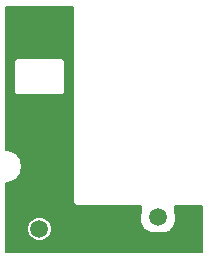
<source format=gtl>
G04 #@! TF.GenerationSoftware,KiCad,Pcbnew,(5.0.1)-4*
G04 #@! TF.CreationDate,2018-12-04T20:19:32-05:00*
G04 #@! TF.ProjectId,PowConnV1,506F77436F6E6E56312E6B696361645F,V1*
G04 #@! TF.SameCoordinates,Original*
G04 #@! TF.FileFunction,Copper,L1,Top,Signal*
G04 #@! TF.FilePolarity,Positive*
%FSLAX46Y46*%
G04 Gerber Fmt 4.6, Leading zero omitted, Abs format (unit mm)*
G04 Created by KiCad (PCBNEW (5.0.1)-4) date 12/4/2018 8:19:32 PM*
%MOMM*%
%LPD*%
G01*
G04 APERTURE LIST*
G04 #@! TA.AperFunction,ComponentPad*
%ADD10C,1.500000*%
G04 #@! TD*
G04 #@! TA.AperFunction,ViaPad*
%ADD11C,0.889000*%
G04 #@! TD*
G04 #@! TA.AperFunction,ViaPad*
%ADD12C,0.635000*%
G04 #@! TD*
G04 #@! TA.AperFunction,Conductor*
%ADD13C,0.152400*%
G04 #@! TD*
G04 APERTURE END LIST*
D10*
G04 #@! TO.P,P2,*
G04 #@! TO.N,*
X114142520Y-95056960D03*
G04 #@! TD*
G04 #@! TO.P,P3,*
G04 #@! TO.N,*
X124200920Y-94035880D03*
G04 #@! TD*
D11*
G04 #@! TO.N,Dev+*
X127142240Y-93919040D03*
D12*
X116382800Y-76933155D03*
X116382800Y-77764640D03*
X116438680Y-78719680D03*
X116586000Y-79532480D03*
X123565920Y-96728280D03*
G04 #@! TD*
D13*
G04 #@! TO.N,Dev+*
G36*
X116978788Y-92677672D02*
X116971329Y-92715260D01*
X116986058Y-92789127D01*
X117000668Y-92862857D01*
X117000797Y-92863051D01*
X117000843Y-92863280D01*
X117042672Y-92925820D01*
X117084432Y-92988415D01*
X117084626Y-92988545D01*
X117084756Y-92988739D01*
X117147263Y-93030462D01*
X117209870Y-93072359D01*
X117210099Y-93072405D01*
X117210293Y-93072534D01*
X117284246Y-93087209D01*
X117357882Y-93101911D01*
X117395471Y-93094462D01*
X122767165Y-93091961D01*
X122626524Y-94452223D01*
X122627293Y-94473377D01*
X122638100Y-94501075D01*
X123024180Y-95105595D01*
X123050349Y-95130600D01*
X123565969Y-95427780D01*
X123604020Y-95437960D01*
X124858780Y-95437960D01*
X124900030Y-95425829D01*
X125270870Y-95187069D01*
X125287780Y-95172233D01*
X125518920Y-94899183D01*
X125531602Y-94878018D01*
X125717022Y-94410023D01*
X125721990Y-94374252D01*
X125591564Y-93090646D01*
X127890601Y-93089576D01*
X127890600Y-96998754D01*
X111299675Y-96998754D01*
X111299675Y-94852200D01*
X113113120Y-94852200D01*
X113113120Y-95261720D01*
X113269837Y-95640068D01*
X113559412Y-95929643D01*
X113937760Y-96086360D01*
X114347280Y-96086360D01*
X114725628Y-95929643D01*
X115015203Y-95640068D01*
X115171920Y-95261720D01*
X115171920Y-94852200D01*
X115015203Y-94473852D01*
X114725628Y-94184277D01*
X114347280Y-94027560D01*
X113937760Y-94027560D01*
X113559412Y-94184277D01*
X113269837Y-94473852D01*
X113113120Y-94852200D01*
X111299675Y-94852200D01*
X111299675Y-91142137D01*
X111383318Y-91141906D01*
X111765790Y-91064728D01*
X111902399Y-91007700D01*
X112226222Y-90790032D01*
X112330609Y-90685067D01*
X112546485Y-90360045D01*
X112602757Y-90223123D01*
X112677820Y-89840231D01*
X112677411Y-89692198D01*
X112677411Y-89692196D01*
X112600233Y-89309725D01*
X112543205Y-89173116D01*
X112325537Y-88849293D01*
X112220572Y-88744906D01*
X111895550Y-88529030D01*
X111758628Y-88472758D01*
X111375736Y-88397695D01*
X111375735Y-88397695D01*
X111299675Y-88397905D01*
X111299675Y-80970120D01*
X111952377Y-80970120D01*
X111959320Y-81005024D01*
X111959321Y-83322811D01*
X111952377Y-83357720D01*
X111979883Y-83496000D01*
X112058212Y-83613228D01*
X112175440Y-83691557D01*
X112278816Y-83712120D01*
X112313720Y-83719063D01*
X112348624Y-83712120D01*
X115936036Y-83712120D01*
X115970550Y-83719062D01*
X116005842Y-83712120D01*
X116006224Y-83712120D01*
X116040149Y-83705372D01*
X116108887Y-83691851D01*
X116109213Y-83691634D01*
X116109600Y-83691557D01*
X116168110Y-83652462D01*
X116226282Y-83613772D01*
X116226500Y-83613447D01*
X116226828Y-83613228D01*
X116265945Y-83554685D01*
X116304861Y-83496711D01*
X116304938Y-83496328D01*
X116305157Y-83496000D01*
X116318908Y-83426869D01*
X116325644Y-83393379D01*
X116325645Y-83393002D01*
X116332663Y-83357720D01*
X116325794Y-83323186D01*
X116330736Y-81005347D01*
X116337743Y-80970120D01*
X116310237Y-80831840D01*
X116231908Y-80714612D01*
X116114680Y-80636283D01*
X116011304Y-80615720D01*
X115986423Y-80615720D01*
X115977170Y-80613859D01*
X115967709Y-80615720D01*
X112348624Y-80615720D01*
X112313720Y-80608777D01*
X112278816Y-80615720D01*
X112175440Y-80636283D01*
X112058212Y-80714612D01*
X111979883Y-80831840D01*
X111952377Y-80970120D01*
X111299675Y-80970120D01*
X111299675Y-76242655D01*
X116990602Y-76242655D01*
X116978788Y-92677672D01*
X116978788Y-92677672D01*
G37*
X116978788Y-92677672D02*
X116971329Y-92715260D01*
X116986058Y-92789127D01*
X117000668Y-92862857D01*
X117000797Y-92863051D01*
X117000843Y-92863280D01*
X117042672Y-92925820D01*
X117084432Y-92988415D01*
X117084626Y-92988545D01*
X117084756Y-92988739D01*
X117147263Y-93030462D01*
X117209870Y-93072359D01*
X117210099Y-93072405D01*
X117210293Y-93072534D01*
X117284246Y-93087209D01*
X117357882Y-93101911D01*
X117395471Y-93094462D01*
X122767165Y-93091961D01*
X122626524Y-94452223D01*
X122627293Y-94473377D01*
X122638100Y-94501075D01*
X123024180Y-95105595D01*
X123050349Y-95130600D01*
X123565969Y-95427780D01*
X123604020Y-95437960D01*
X124858780Y-95437960D01*
X124900030Y-95425829D01*
X125270870Y-95187069D01*
X125287780Y-95172233D01*
X125518920Y-94899183D01*
X125531602Y-94878018D01*
X125717022Y-94410023D01*
X125721990Y-94374252D01*
X125591564Y-93090646D01*
X127890601Y-93089576D01*
X127890600Y-96998754D01*
X111299675Y-96998754D01*
X111299675Y-94852200D01*
X113113120Y-94852200D01*
X113113120Y-95261720D01*
X113269837Y-95640068D01*
X113559412Y-95929643D01*
X113937760Y-96086360D01*
X114347280Y-96086360D01*
X114725628Y-95929643D01*
X115015203Y-95640068D01*
X115171920Y-95261720D01*
X115171920Y-94852200D01*
X115015203Y-94473852D01*
X114725628Y-94184277D01*
X114347280Y-94027560D01*
X113937760Y-94027560D01*
X113559412Y-94184277D01*
X113269837Y-94473852D01*
X113113120Y-94852200D01*
X111299675Y-94852200D01*
X111299675Y-91142137D01*
X111383318Y-91141906D01*
X111765790Y-91064728D01*
X111902399Y-91007700D01*
X112226222Y-90790032D01*
X112330609Y-90685067D01*
X112546485Y-90360045D01*
X112602757Y-90223123D01*
X112677820Y-89840231D01*
X112677411Y-89692198D01*
X112677411Y-89692196D01*
X112600233Y-89309725D01*
X112543205Y-89173116D01*
X112325537Y-88849293D01*
X112220572Y-88744906D01*
X111895550Y-88529030D01*
X111758628Y-88472758D01*
X111375736Y-88397695D01*
X111375735Y-88397695D01*
X111299675Y-88397905D01*
X111299675Y-80970120D01*
X111952377Y-80970120D01*
X111959320Y-81005024D01*
X111959321Y-83322811D01*
X111952377Y-83357720D01*
X111979883Y-83496000D01*
X112058212Y-83613228D01*
X112175440Y-83691557D01*
X112278816Y-83712120D01*
X112313720Y-83719063D01*
X112348624Y-83712120D01*
X115936036Y-83712120D01*
X115970550Y-83719062D01*
X116005842Y-83712120D01*
X116006224Y-83712120D01*
X116040149Y-83705372D01*
X116108887Y-83691851D01*
X116109213Y-83691634D01*
X116109600Y-83691557D01*
X116168110Y-83652462D01*
X116226282Y-83613772D01*
X116226500Y-83613447D01*
X116226828Y-83613228D01*
X116265945Y-83554685D01*
X116304861Y-83496711D01*
X116304938Y-83496328D01*
X116305157Y-83496000D01*
X116318908Y-83426869D01*
X116325644Y-83393379D01*
X116325645Y-83393002D01*
X116332663Y-83357720D01*
X116325794Y-83323186D01*
X116330736Y-81005347D01*
X116337743Y-80970120D01*
X116310237Y-80831840D01*
X116231908Y-80714612D01*
X116114680Y-80636283D01*
X116011304Y-80615720D01*
X115986423Y-80615720D01*
X115977170Y-80613859D01*
X115967709Y-80615720D01*
X112348624Y-80615720D01*
X112313720Y-80608777D01*
X112278816Y-80615720D01*
X112175440Y-80636283D01*
X112058212Y-80714612D01*
X111979883Y-80831840D01*
X111952377Y-80970120D01*
X111299675Y-80970120D01*
X111299675Y-76242655D01*
X116990602Y-76242655D01*
X116978788Y-92677672D01*
G04 #@! TD*
M02*

</source>
